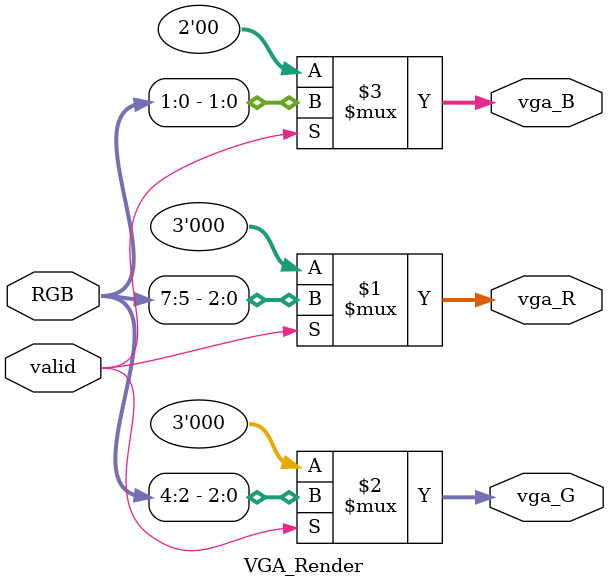
<source format=v>
module VGA_Render(valid, RGB, vga_R, vga_G, vga_B);

    input wire valid;
    input wire [7: 0] RGB;
    output wire [2: 0] vga_R, vga_G;
    output wire [1: 0] vga_B;

    assign vga_R = valid ? RGB[7: 5] : 3'b000;
    assign vga_G = valid ? RGB[4: 2] : 3'b000;
    assign vga_B = valid ? RGB[1: 0] : 2'b00;

endmodule

</source>
